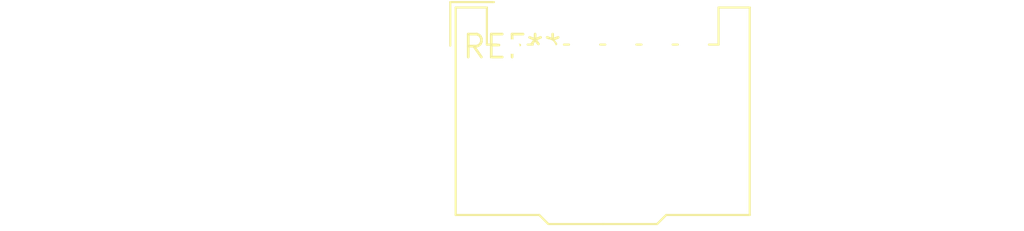
<source format=kicad_pcb>
(kicad_pcb (version 20240108) (generator pcbnew)
  (layers (0 "F.Cu" signal) (31 "B.Cu" signal) (34 "B.Paste" user) (35 "F.Paste" user) (36 "B.SilkS" user "B.Silkscreen") (37 "F.SilkS" user "F.Silkscreen") (38 "B.Mask" user) (39 "F.Mask" user) (44 "Edge.Cuts" user))
  (net 0 "")
  (footprint "Molex_MicroClasp_55935-0610_1x06_P2.00mm_Horizontal" (layer "F.Cu") (at 0 0)
    (property "Reference" "REF**")
    (property "Value" "Molex_MicroClasp_55935-0610_1x06_P2.00mm_Horizontal")
    (fp_line (start -3.41 -2.46) (end -1 -2.46) (layer "F.SilkS") (stroke (width 0.12)))
    (fp_line (start -3.41 -0.05) (end -3.41 -2.46) (layer "F.SilkS") (stroke (width 0.12)))
    (fp_line (start -3.11 -2.16) (end -1.39 -2.16) (layer "F.SilkS") (stroke (width 0.12)))
    (fp_line (start -3.11 9.31) (end -3.11 -2.16) (layer "F.SilkS") (stroke (width 0.12)))
    (fp_line (start -1.39 -2.16) (end -1.39 -0.11) (layer "F.SilkS") (stroke (width 0.12)))
    (fp_line (start -1.39 -0.11) (end -0.86 -0.11) (layer "F.SilkS") (stroke (width 0.12)))
    (fp_line (start 0.86 -0.11) (end 1.14 -0.11) (layer "F.SilkS") (stroke (width 0.12)))
    (fp_line (start 1.5 9.31) (end -3.11 9.31) (layer "F.SilkS") (stroke (width 0.12)))
    (fp_line (start 2 9.81) (end 1.5 9.31) (layer "F.SilkS") (stroke (width 0.12)))
    (fp_line (start 2.86 -0.11) (end 3.14 -0.11) (layer "F.SilkS") (stroke (width 0.12)))
    (fp_line (start 4.86 -0.11) (end 5.14 -0.11) (layer "F.SilkS") (stroke (width 0.12)))
    (fp_line (start 5 9.81) (end 2 9.81) (layer "F.SilkS") (stroke (width 0.12)))
    (fp_line (start 5 9.81) (end 8 9.81) (layer "F.SilkS") (stroke (width 0.12)))
    (fp_line (start 6.86 -0.11) (end 7.14 -0.11) (layer "F.SilkS") (stroke (width 0.12)))
    (fp_line (start 8 9.81) (end 8.5 9.31) (layer "F.SilkS") (stroke (width 0.12)))
    (fp_line (start 8.5 9.31) (end 13.11 9.31) (layer "F.SilkS") (stroke (width 0.12)))
    (fp_line (start 8.86 -0.11) (end 9.14 -0.11) (layer "F.SilkS") (stroke (width 0.12)))
    (fp_line (start 11.39 -2.16) (end 11.39 -0.11) (layer "F.SilkS") (stroke (width 0.12)))
    (fp_line (start 11.39 -0.11) (end 10.86 -0.11) (layer "F.SilkS") (stroke (width 0.12)))
    (fp_line (start 13.11 -2.16) (end 11.39 -2.16) (layer "F.SilkS") (stroke (width 0.12)))
    (fp_line (start 13.11 9.31) (end 13.11 -2.16) (layer "F.SilkS") (stroke (width 0.12)))
    (pad "" np_thru_hole circle (at -2 2.4) (size 1.2 1.2) (drill 1.2) (layers *.Cu *.Mask))
    (pad "" np_thru_hole circle (at 12 2.4) (size 1.2 1.2) (drill 1.2) (layers *.Cu *.Mask))
    (pad "1" thru_hole roundrect (at 0 0) (size 1.2 1.8) (drill 0.8) (layers *.Cu *.Mask) (remove_unused_layers) (roundrect_rratio 0.208333))
    (pad "2" thru_hole oval (at 2 0) (size 1.2 1.8) (drill 0.8) (layers *.Cu *.Mask) (remove_unused_layers))
    (pad "3" thru_hole oval (at 4 0) (size 1.2 1.8) (drill 0.8) (layers *.Cu *.Mask) (remove_unused_layers))
    (pad "4" thru_hole oval (at 6 0) (size 1.2 1.8) (drill 0.8) (layers *.Cu *.Mask) (remove_unused_layers))
    (pad "5" thru_hole oval (at 8 0) (size 1.2 1.8) (drill 0.8) (layers *.Cu *.Mask) (remove_unused_layers))
    (pad "6" thru_hole oval (at 10 0) (size 1.2 1.8) (drill 0.8) (layers *.Cu *.Mask) (remove_unused_layers))
  )
)
</source>
